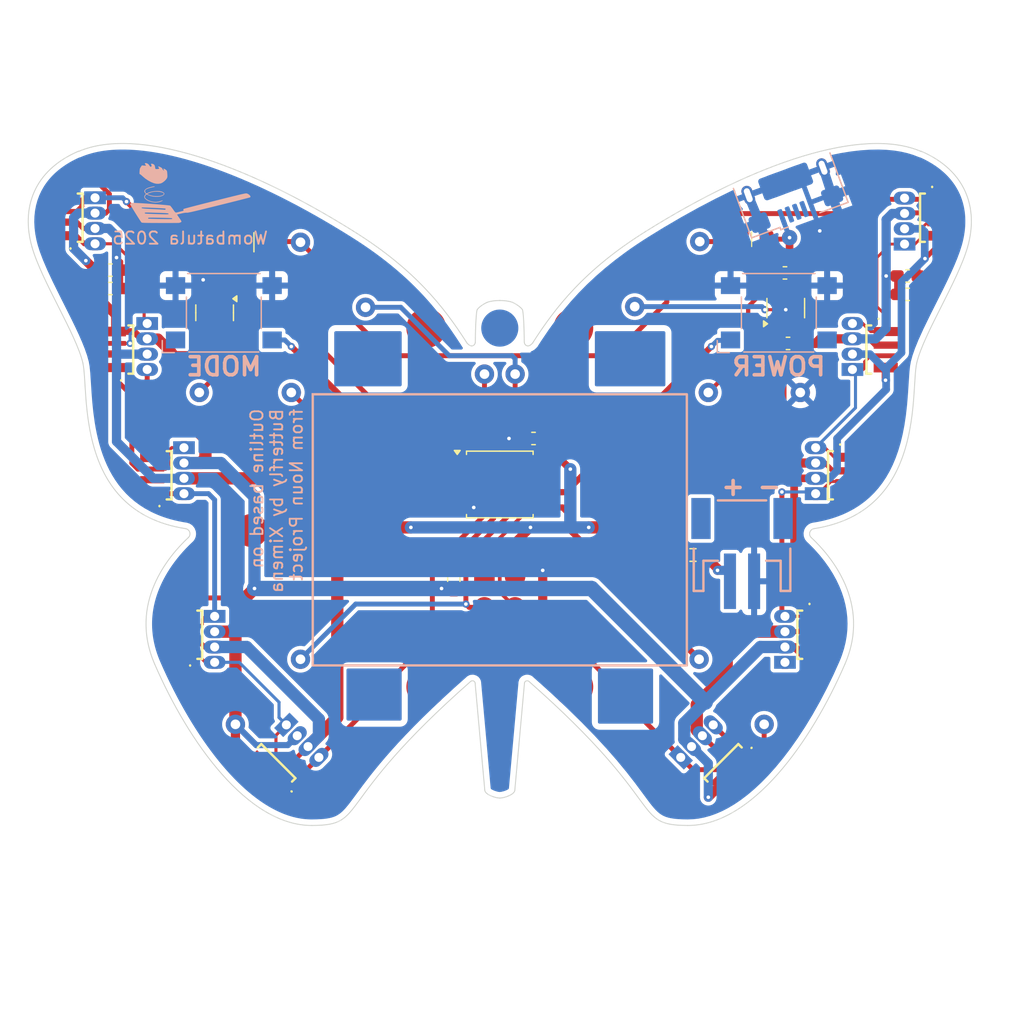
<source format=kicad_pcb>
(kicad_pcb (version 20241229) (generator "pcbnew") (generator_version "9.0")
  (layers (0 "F.Cu" signal) (2 "B.Cu" signal) (13 "F.Paste" user) (15 "B.Paste" user) (5 "F.SilkS" user "F.Silkscreen") (7 "B.SilkS" user "B.Silkscreen") (1 "F.Mask" user) (3 "B.Mask" user) (25 "Edge.Cuts" user))
  (net 0 "")
  (net 1 "GND")
  (net 2 "V+")
  (net 3 "/RESET")
  (net 4 "/LED-")
  (net 5 "/SCK{slash}LIGHT")
  (net 6 "Net-(J2-+)")
  (net 7 "/MOSI{slash}LEDDATA")
  (net 8 "/MISO{slash}S1")
  (net 14 "Net-(U2-STAT)")
  (net 15 "/LVD")
  (net 16 "Net-(D13-DOUT)")
  (net 17 "Net-(D14-DOUT)")
  (net 18 "Net-(D1-K)")
  (net 19 "Net-(U2-PROG)")
  (net 20 "/VBUS")
  (net 21 "Net-(D15-DOUT)")
  (net 22 "Net-(D16-DOUT)")
  (net 23 "Net-(D17-DOUT)")
  (net 24 "Net-(D18-DOUT)")
  (net 25 "Net-(D19-DOUT)")
  (net 26 "/S2")
  (net 27 "Net-(D10-DIN)")
  (net 28 "Net-(D10-DOUT)")
  (net 30 "Net-(D12-A)")
  (net 32 "Net-(D13-DIN)")
  (footprint "Capacitor_SMD:C_0603_1608Metric_Pad1.08x0.95mm_HandSolder" (layer "F.Cu") (at 155.194 97.79 180)
    (property "Reference" "C1" (hide yes))
    (property "Value" "0.1u")
  )
  (footprint "OptoDevice:R_LDR_4.9x4.2mm_P2.54mm_Vertical" (layer "F.Cu") (at 153.67 92.456 180)
    (property "Reference" "R7" (hide yes))
    (property "Value" "R_Photo")
  )
  (footprint "butterfly:R_Axial_DIN0207_L6.3mm_D2.5mm_P7.62mm_Horizontal_nosilk" (layer "F.Cu") (at 177.292 93.98 180)
    (property "Reference" "R6" (hide yes))
    (property "Value" "10K")
  )
  (footprint "4691_butterfly:4691_handsolder" (layer "F.Cu") (at 124.206 100.838 90)
    (property "Reference" "D5" (hide yes))
    (property "Value" "4691" (hide yes))
  )
  (footprint "Diode_SMD:D_MiniMELF" (layer "F.Cu") (at 131.444 81.534 180)
    (property "Reference" "D12" (hide yes))
    (property "Value" "1N4148W")
  )
  (footprint "neopixel:LED_D5.0mm-4_RGB" (layer "F.Cu") (at 181.61 92.075 90)
    (property "Reference" "D20" (hide yes))
    (property "Value" "NeoPixel_THT")
  )
  (footprint "neopixel:LED_D5.0mm-4_RGB" (layer "F.Cu") (at 185.928 81.688077 90)
    (property "Reference" "D19" (hide yes))
    (property "Value" "NeoPixel_THT")
  )
  (footprint "Package_SO:SOIC-8_5.3x5.3mm_P1.27mm" (layer "F.Cu") (at 152.4 101.6)
    (property "Reference" "U1" (hide yes))
    (property "Value" "ATtiny85-20S")
  )
  (footprint "4691_butterfly:4691_handsolder" (layer "F.Cu") (at 116.84 79.502 90)
    (property "Reference" "D7" (hide yes))
    (property "Value" "4691" (hide yes))
  )
  (footprint "butterfly:R_Axial_DIN0207_L6.3mm_D2.5mm_P7.62mm_Horizontal_nosilk" (layer "F.Cu") (at 135.128 93.98 180)
    (property "Reference" "R3" (hide yes))
    (property "Value" "1K")
  )
  (footprint "neopixel:LED_D5.0mm-4_RGB" (layer "F.Cu") (at 167.386 124.206 45)
    (property "Reference" "D13" (hide yes))
    (property "Value" "NeoPixel_THT")
  )
  (footprint "Capacitor_SMD:C_0603_1608Metric_Pad1.08x0.95mm_HandSolder" (layer "F.Cu") (at 176.276 89.916 180)
    (property "Reference" "C3" (hide yes))
    (property "Value" "10u" (hide yes))
  )
  (footprint "4691_butterfly:4691_handsolder" (layer "F.Cu") (at 121.031 90.424 90)
    (property "Reference" "D6" (hide yes))
    (property "Value" "4691" (hide yes))
  )
  (footprint "neopixel:LED_D5.0mm-4_RGB" (layer "F.Cu") (at 176.022 116.332 90)
    (property "Reference" "D22" (hide yes))
    (property "Value" "NeoPixel_THT" (hide yes))
  )
  (footprint "Resistor_SMD:R_0603_1608Metric_Pad0.98x0.95mm_HandSolder" (layer "F.Cu") (at 168.402 107.442)
    (property "Reference" "F1" (hide yes))
    (property "Value" "150mA")
  )
  (footprint "4691_butterfly:4691_handsolder" (layer "F.Cu") (at 133.35 125.222 135)
    (property "Reference" "D3" (hide yes))
    (property "Value" "4691" (hide yes))
  )
  (footprint "Capacitor_SMD:C_0603_1608Metric_Pad1.08x0.95mm_HandSolder" (layer "F.Cu") (at 148.59 109.474 -90)
    (property "Reference" "C8" (hide yes))
    (property "Value" "0.1u")
  )
  (footprint "butterfly:R_Axial_DIN0207_L6.3mm_D2.5mm_P7.62mm_Horizontal_nosilk" (layer "F.Cu") (at 135.89 81.534 -45)
    (property "Reference" "R1" (hide yes))
    (property "Value" "4.7K")
  )
  (footprint "neopixel:LED_D5.0mm-4_RGB" (layer "F.Cu") (at 134.719923 121.511923 -45)
    (property "Reference" "D14" (hide yes))
    (property "Value" "NeoPixel_THT")
  )
  (footprint "Capacitor_SMD:C_0603_1608Metric_Pad1.08x0.95mm_HandSolder" (layer "F.Cu") (at 186.182 84.328)
    (property "Reference" "C7" (hide yes))
    (property "Value" "10u")
  )
  (footprint "4691_butterfly:4691_handsolder" (layer "F.Cu") (at 188.214 79.502 -90)
    (property "Reference" "D8" (hide yes))
    (property "Value" "4691" (hide yes))
  )
  (footprint "neopixel:LED_D5.0mm-4_RGB" (layer "F.Cu") (at 123.19 88.265 -90)
    (property "Reference" "D17" (hide yes))
    (property "Value" "NeoPixel_THT")
  )
  (footprint "butterfly:R_Axial_DIN0207_L6.3mm_D2.5mm_P7.62mm_Horizontal_nosilk" (layer "F.Cu") (at 135.89 116.078 -135)
    (property "Reference" "R4" (hide yes))
    (property "Value" "1K")
  )
  (footprint "4691_butterfly:4691_handsolder" (layer "F.Cu") (at 180.594 100.838 -90)
    (property "Reference" "D10" (hide yes))
    (property "Value" "4691" (hide yes))
  )
  (footprint "butterfly:R_Axial_DIN0207_L6.3mm_D2.5mm_P7.62mm_Horizontal_nosilk" (layer "F.Cu") (at 168.91 116.078 -45)
    (property "Reference" "R2" (hide yes))
    (property "Value" "330")
  )
  (footprint "butterfly:R_Axial_DIN0207_L6.3mm_D2.5mm_P7.62mm_Horizontal_nosilk" (layer "F.Cu") (at 163.576 86.868 45)
    (property "Reference" "R5" (hide yes))
    (property "Value" "330")
  )
  (footprint "4691_butterfly:4691_handsolder" (layer "F.Cu") (at 126.746 114.046 90)
    (property "Reference" "D4" (hide yes))
    (property "Value" "4691" (hide yes))
  )
  (footprint "4691_butterfly:4691_handsolder" (layer "F.Cu") (at 178.054 114.046 -90)
    (property "Reference" "D11" (hide yes))
    (property "Value" "4691" (hide yes))
  )
  (footprint "Capacitor_SMD:C_0603_1608Metric_Pad1.08x0.95mm_HandSolder" (layer "F.Cu") (at 120.142 85.36748 180)
    (property "Reference" "C4" (hide yes))
    (property "Value" "0.1u")
  )
  (footprint "neopixel:LED_D5.0mm-4_RGB" (layer "F.Cu") (at 128.778 112.521999 -90)
    (property "Reference" "D15" (hide yes))
    (property "Value" "NeoPixel_THT")
  )
  (footprint "Capacitor_SMD:C_0603_1608Metric_Pad1.08x0.95mm_HandSolder" (layer "F.Cu") (at 176.022 84.074 180)
    (property "Reference" "C2" (hide yes))
    (property "Value" "10u" (hide yes))
  )
  (footprint "4691_butterfly:4691_handsolder" (layer "F.Cu") (at 171.45 125.222 -135)
    (property "Reference" "D2" (hide yes))
    (property "Value" "4691" (hide yes))
  )
  (footprint "Package_TO_SOT_SMD:SOT-23-5" (layer "F.Cu") (at 176.088001 86.9895 90)
    (property "Reference" "U2" (hide yes))
    (property "Value" "MCP73831-2-OT" (hide yes))
  )
  (footprint "neopixel:LED_D5.0mm-4_RGB" (layer "F.Cu") (at 178.562 102.362 90)
    (property "Reference" "D21" (hide yes))
    (property "Value" "NeoPixel_THT")
  )
  (footprint "Capacitor_SMD:C_0603_1608Metric_Pad1.08x0.95mm_HandSolder" (layer "F.Cu") (at 186.182 85.852)
    (property "Reference" "C6" (hide yes))
    (property "Value" "0.1u")
  )
  (footprint "4691_butterfly:4691_handsolder" (layer "F.Cu") (at 183.769 90.424 -90)
    (property "Reference" "D9" (hide yes))
    (property "Value" "4691" (hide yes))
  )
  (footprint "LED_SMD:LED_0805_2012Metric_Pad1.15x1.40mm_HandSolder" (layer "F.Cu") (at 173.473 81.28)
    (property "Reference" "D1" (hide yes))
    (property "Value" "LED")
  )
  (footprint "Package_TO_SOT_SMD:SOT-23" (layer "F.Cu") (at 128.778 87.376 -90)
    (property "Reference" "Q1" (hide yes))
    (property "Value" "DMN3404L")
  )
  (footprint "neopixel:LED_D5.0mm-4_RGB" (layer "F.Cu") (at 118.872 77.851 -90)
    (property "Reference" "D18" (hide yes))
    (property "Value" "NeoPixel_THT")
  )
  (footprint "Capacitor_SMD:C_0603_1608Metric_Pad1.08x0.95mm_HandSolder" (layer "F.Cu") (at 120.142 83.84348 180)
    (property "Reference" "C5" (hide yes))
    (property "Value" "10u")
  )
  (footprint "Connector_PinHeader_2.54mm:PinHeader_2x03_P2.54mm_Vertical" (layer "F.Cu") (at 151.125 109.235)
    (property "Reference" "J1" (hide yes))
    (property "Value" "AVR-ISP-6")
  )
  (footprint "neopixel:LED_D5.0mm-4_RGB" (layer "F.Cu") (at 126.238 98.551999 -90)
    (property "Reference" "D16" (hide yes))
    (property "Value" "NeoPixel_THT")
  )
  (footprint "Connector_USB:USB_Micro-B_Amphenol_10118193-0001LF_Horizontal" (layer "B.Cu") (at 176.078405 76.499405 20.2)
    (property "Reference" "J3" (hide yes))
    (property "Value" "USB_B_Micro")
  )
  (footprint "Button_Switch_SMD:SW_SPST_Omron_B3FS-100xP" (layer "B.Cu") (at 175.514 87.376)
    (property "Reference" "SW2" (hide yes))
    (property "Value" "Omron B3FS")
  )
  (footprint "SparkFun-Connector:JST_SMD_2.0mm-2" (layer "B.Cu") (at 172.466 105.918 180)
    (property "Reference" "J2")
    (property "Value" "JST_2mm_LiPo")
  )
  (footprint "Button_Switch_SMD:SW_SPST_Omron_B3FS-100xP" (layer "B.Cu") (at 129.54 87.376)
    (property "Reference" "SW1" (hide yes))
    (property "Value" "Omron B3FS")
  )
  (footprint "wombatula:wombatula" (layer "B.Cu") (at 126.746 77.47 180)
    (property "Reference" "G***" (hide yes))
    (property "Value" "LOGO" (hide yes))
  )
  (gr_circle (center 166.878 127.508) (end 166.624 125.984) (stroke (width 0.2)) (fill yes) (layer "F.Cu"))
  (gr_circle (center 172.974 105.41) (end 172.974 104.14) (stroke (width 0.2)) (fill yes) (layer "F.Cu"))
  (gr_circle (center 158.496 118.364) (end 158.242 116.84) (stroke (width 0.2)) (fill yes) (layer "F.Cu"))
  (gr_circle (center 121.412 75.692) (end 121.158 74.168) (stroke (width 0.2)) (fill yes) (layer "F.Cu"))
  (gr_circle (center 137.922 127.508) (end 137.668 125.984) (stroke (width 0.2)) (fill yes) (layer "F.Cu"))
  (gr_circle (center 184.404 75.692) (end 184.658 74.168) (stroke (width 0.2)) (fill yes) (layer "F.Cu"))
  (gr_circle (center 146.304 118.364) (end 146.05 116.84) (stroke (width 0.2)) (fill yes) (layer "F.Cu"))
  (gr_circle (center 146.304 88.646) (end 146.05 87.122) (stroke (width 0.2)) (fill yes) (layer "F.Cu"))
  (gr_circle (center 158.496 88.646) (end 158.242 87.122) (stroke (width 0.2)) (fill yes) (layer "F.Cu"))
  (gr_circle (center 131.826 105.41) (end 131.826 104.14) (stroke (width 0.2)) (fill yes) (layer "F.Cu"))
  (gr_circle (center 152.4 88.646) (end 153.416 87.63) (stroke (width 0.2)) (fill yes) (layer "B.Cu"))
  (gr_rect (start 136.906 94.127755) (end 167.894 116.586) (stroke (width 0.2)) (fill no) (layer "B.SilkS"))
  (gr_curve (pts (xy 151.347421 86.516647) (xy 151.129921 86.603626) (xy 150.660087 86.899449) (xy 150.529619 87.116949)) (stroke (width 0.0783)) (layer "Edge.Cuts"))
  (gr_curve (pts (xy 150.068493 90.121393) (xy 149.9119 90.121393) (xy 149.772723 89.982216) (xy 149.676983 89.87782)) (stroke (width 0.0783)) (layer "Edge.Cuts"))
  (gr_curve (pts (xy 149.607421 89.764716) (xy 147.806515 86.963289) (xy 145.396598 83.813893) (xy 140.29841 80.629716)) (stroke (width 0.0783)) (layer "Edge.Cuts"))
  (gr_curve (pts (xy 154.731681 90.121393) (xy 154.566379 90.121393) (xy 154.444566 89.990872) (xy 154.427149 89.816914)) (stroke (width 0.0783)) (layer "Edge.Cuts"))
  (gr_curve (pts (xy 154.270555 87.116949) (xy 154.140087 86.899449) (xy 153.670253 86.603626) (xy 153.452753 86.516647)) (stroke (width 0.0783)) (layer "Edge.Cuts"))
  (gr_curve (pts (xy 154.809951 117.909195) (xy 166.467972 128.175184) (xy 163.283743 129.819497) (xy 167.964347 129.845622)) (stroke (width 0.0783)) (layer "Edge.Cuts"))
  (gr_curve (pts (xy 117.86113 91.530789) (xy 118.391393 93.820412) (xy 117.105513 103.822794) (xy 126.36728 105.257659)) (stroke (width 0.0783)) (layer "Edge.Cuts"))
  (gr_curve (pts (xy 150.373025 89.816914) (xy 150.355608 89.990872) (xy 150.233796 90.121393) (xy 150.068493 90.121393)) (stroke (width 0.0783)) (layer "Edge.Cuts"))
  (gr_curve (pts (xy 113.650306 81.934716) (xy 114.4594 84.770872) (xy 117.313025 89.164414) (xy 117.86113 91.530789)) (stroke (width 0.0783)) (layer "Edge.Cuts"))
  (gr_curve (pts (xy 154.427149 89.816914) (xy 154.418493 88.344232) (xy 154.34017 87.221345) (xy 154.270555 87.116949)) (stroke (width 0.0783)) (layer "Edge.Cuts"))
  (gr_curve (pts (xy 178.432894 105.257659) (xy 187.694661 103.822794) (xy 186.408781 93.820412) (xy 186.939045 91.530789)) (stroke (width 0.0783)) (layer "Edge.Cuts"))
  (gr_curve (pts (xy 152.400087 127.574882) (xy 152.765472 127.574882) (xy 153.644181 127.279112) (xy 153.644181 126.913674)) (stroke (width 0.0783)) (layer "Edge.Cuts"))
  (gr_curve (pts (xy 186.939045 91.530789) (xy 187.487149 89.164414) (xy 190.340774 84.770872) (xy 191.149868 81.934716)) (stroke (width 0.0783)) (layer "Edge.Cuts"))
  (gr_line (start 187.295774 73.991612) (end 187.287066 74.008976) (stroke (width 0.0783)) (layer "Edge.Cuts"))
  (gr_line (start 117.513108 74.008976) (end 117.5044 73.991612) (stroke (width 0.0783)) (layer "Edge.Cuts"))
  (gr_curve (pts (xy 153.452753 86.516647) (xy 153.165691 86.394834) (xy 152.669785 86.36) (xy 152.42616 86.36)) (stroke (width 0.0783)) (layer "Edge.Cuts"))
  (gr_curve (pts (xy 151.155993 126.913674) (xy 151.155993 127.279112) (xy 152.034702 127.574882) (xy 152.400087 127.574882)) (stroke (width 0.0783)) (layer "Edge.Cuts"))
  (gr_curve (pts (xy 167.964347 129.845622) (xy 173.271379 129.862986) (xy 178.178191 122.963893) (xy 180.988274 116.482382)) (stroke (width 0.0783)) (layer "Edge.Cuts"))
  (gr_line (start 149.676983 89.87782) (end 149.607421 89.764716) (stroke (width 0.0783)) (layer "Edge.Cuts"))
  (gr_curve (pts (xy 152.374015 86.36) (xy 152.130389 86.36) (xy 151.634483 86.394834) (xy 151.347421 86.516647)) (stroke (width 0.0783)) (layer "Edge.Cuts"))
  (gr_curve (pts (xy 155.123191 89.87782) (xy 155.027451 89.982216) (xy 154.888274 90.121393) (xy 154.731681 90.121393)) (stroke (width 0.0783)) (layer "Edge.Cuts"))
  (gr_curve (pts (xy 149.990223 117.909195) (xy 150.120691 117.796091) (xy 150.338191 117.874414) (xy 150.355608 118.048372)) (stroke (width 0.0783)) (layer "Edge.Cuts"))
  (gr_curve (pts (xy 123.8119 116.482382) (xy 126.621983 122.963893) (xy 131.528796 129.862986) (xy 136.835827 129.845622)) (stroke (width 0.0783)) (layer "Edge.Cuts"))
  (gr_line (start 150.355608 118.048372) (end 151.155993 126.913674) (stroke (width 0.0783)) (layer "Edge.Cuts"))
  (gr_curve (pts (xy 136.835827 129.845622) (xy 141.516432 129.819497) (xy 138.332202 128.175184) (xy 149.990223 117.909195)) (stroke (width 0.0783)) (layer "Edge.Cuts"))
  (gr_line (start 152.42616 86.36) (end 152.374015 86.36) (stroke (width 0.0783)) (layer "Edge.Cuts"))
  (gr_curve (pts (xy 154.444566 118.048372) (xy 154.461983 117.874414) (xy 154.679483 117.796091) (xy 154.809951 117.909195)) (stroke (width 0.0783)) (layer "Edge.Cuts"))
  (gr_curve (pts (xy 164.501764 80.629716) (xy 159.403576 83.813893) (xy 156.99366 86.963289) (xy 155.192753 89.764716)) (stroke (width 0.0783)) (layer "Edge.Cuts"))
  (gr_line (start 155.192753 89.764716) (end 155.123191 89.87782) (stroke (width 0.0783)) (layer "Edge.Cuts"))
  (gr_line (start 153.644181 126.913674) (end 154.444566 118.048372) (stroke (width 0.0783)) (layer "Edge.Cuts"))
  (gr_curve (pts (xy 140.29841 80.629716) (xy 131.180827 74.91381) (xy 122.324181 71.94708) (xy 117.513108 74.008976)) (stroke (width 0.0783)) (layer "Edge.Cuts"))
  (gr_curve (pts (xy 187.287066 74.008976) (xy 182.475993 71.94708) (xy 173.619347 74.91381) (xy 164.501764 80.629716)) (stroke (width 0.0783)) (layer "Edge.Cuts"))
  (gr_curve (pts (xy 180.988274 116.482382) (xy 183.189234 111.405825) (xy 179.780931 107.466106) (xy 178.199925 105.996661)) (stroke (width 0.0783)) (layer "Edge.Cuts"))
  (gr_curve (pts (xy 191.149868 81.934716) (xy 192.063357 78.741778) (xy 191.045472 75.601091) (xy 187.295774 73.991612)) (stroke (width 0.0783)) (layer "Edge.Cuts"))
  (gr_curve (pts (xy 117.5044 73.991612) (xy 113.754702 75.601091) (xy 112.736817 78.741778) (xy 113.650306 81.934716)) (stroke (width 0.0783)) (layer "Edge.Cuts"))
  (gr_curve (pts (xy 150.529619 87.116949) (xy 150.460004 87.221345) (xy 150.381681 88.344232) (xy 150.373025 89.816914)) (stroke (width 0.0783)) (layer "Edge.Cuts"))
  (gr_curve (pts (xy 126.36728 105.257659) (xy 126.721612 105.312554) (xy 126.862885 105.752558) (xy 126.600249 105.996661)) (stroke (width 0.0783)) (layer "Edge.Cuts"))
  (gr_curve (pts (xy 178.199925 105.996661) (xy 177.937289 105.752558) (xy 178.078563 105.312554) (xy 178.432894 105.257659)) (stroke (width 0.0783)) (layer "Edge.Cuts"))
  (gr_curve (pts (xy 126.600249 105.996661) (xy 125.019243 107.466106) (xy 121.61094 111.405825) (xy 123.8119 116.482382)) (stroke (width 0.0783)) (layer "Edge.Cuts"))
  (gr_text "- +\n" (at 173.228 102.616 0) (layer "B.SilkS") (effects (font (size 1.5 1.5) (thickness 0.3) (bold yes)) (justify bottom mirror)))
  (gr_text "MODE\n" (at 129.54 92.71 0) (layer "B.SilkS") (effects (font (size 1.5 1.5) (thickness 0.3) (bold yes)) (justify bottom mirror)))
  (gr_text "POWER" (at 175.514 92.71 0) (layer "B.SilkS") (effects (font (size 1.5 1.5) (thickness 0.3) (bold yes)) (justify bottom mirror)))
  (gr_text "Wombatula 2025" (at 126.746 81.788 0) (layer "B.SilkS") (effects (font (size 1.016 1.016) (thickness 0.1524)) (justify bottom mirror)))
  (gr_text "Outline based on\nButterfly by Ximena\nfrom Noun Project" (at 136.144 95.241869 90) (layer "B.SilkS") (effects (font (size 1.016 1.016) (thickness 0.1524) (bold yes)) (justify left bottom mirror)))
  (segment (start 176.088001 87.122) (end 176.088001 88.127) (width 0.6096) (layer "F.Cu") (net 1))
  (segment (start 176.088001 88.127) (end 176.088001 85.002502) (width 0.508) (layer "F.Cu") (net 1))
  (segment (start 150.241 103.505) (end 148.8125 103.505) (width 0.4064) (layer "F.Cu") (net 1))
  (segment (start 155.956 108.712) (end 155.956 112.024) (width 0.762) (layer "F.Cu") (net 1))
  (segment (start 176.088001 89.241498) (end 175.413499 89.916) (width 0.508) (layer "F.Cu") (net 1))
  (segment (start 176.088001 88.127) (end 176.088001 89.241498) (width 0.508) (layer "F.Cu") (net 1))
  (segment (start 155.956 112.024) (end 153.665 114.315) (width 0.762) (layer "F.Cu") (net 1))
  (segment (start 127.828 84.648) (end 127.828 86.4385) (width 0.762) (layer "F.Cu") (net 1))
  (segment (start 176.088001 85.002502) (end 175.159499 84.074) (width 0.4572) (layer "F.Cu") (net 1))
  (segment (start 154.331499 97.79) (end 153.162 97.79) (width 0.508) (layer "F.Cu") (net 1))
  (via (at 150.241 103.505) (size 0.6) (drill 0.3) (layers "F.Cu" "B.Cu") (net 1))
  (via (at 155.956 108.712) (size 0.6) (drill 0.3) (layers "F.Cu" "B.Cu") (net 1))
  (via (at 176.088001 87.122) (size 0.6) (drill 0.3) (layers "F.Cu" "B.Cu") (net 1))
  (via (at 127.828 84.648) (size 0.6) (drill 0.3) (layers "F.Cu" "B.Cu") (net 1))
  (via (at 153.162 97.79) (size 0.6) (drill 0.3) (layers "F.Cu" "B.Cu") (net 1))
  (via (at 178.903612 80.593913) (size 1.27) (drill 0.3) (layers "F.Cu" "B.Cu") (net 1))
  (segment (start 179.927563 77.693759) (end 180.594 79.502) (width 0.762) (layer "B.Cu") (net 1))
  (segment (start 173.921208 79.903667) (end 174.671464 81.936474) (width 0.762) (layer "B.Cu") (net 1))
  (segment (start 179.927563 77.693759) (end 182.02851 76.919405) (width 0.762) (layer "B.Cu") (net 1))
  (segment (start 178.250723 78.635927) (end 177.564447 76.815767) (width 0.4064) (layer "B.Cu") (net 1))
  (segment (start 172.981378 77.638889) (end 173.921208 79.903667) (width 0.762) (layer "B.Cu") (net 1))
  (segment (start 173.921208 79.903667) (end 171.498614 80.845807) (width 0.762) (layer "B.Cu") (net 1))
  (segment (start 179.175432 75.359921) (end 179.927563 77.693759) (width 0.762) (layer "B.Cu") (net 1))
  (segment (start 179.062961 77.889556) (end 178.108131 78.251434) (width 0.4064) (layer "B.Cu") (net 1))
  (segment (start 178.250723 78.635927) (end 179.040443 80.730744) (width 0.4064) (layer "B.Cu") (net 1))
  (segment (start 177.204597 76.085047) (end 174.952213 76.913763) (width 1.905) (layer "B.Cu") (net 1))
  (segment (start 185.319499 84.328) (end 184.404 84.328) (width 0.508) (layer "F.Cu") (net 2))
  (segment (start 175.514 99.822) (end 173.99 101.346) (width 1.016) (layer "F.Cu") (net 2))
  (segment (start 155.9875 97.859001) (end 156.056501 97.79) (width 0.6096) (layer "F.Cu") (net 2))
  (segment (start 127.954674 115.061999) (end 127.338675 114.446) (width 0.4064) (layer "F.Cu") (net 2))
  (segment (start 120.65 82.804) (end 121.004501 83.158501) (width 0.4064) (layer "F.Cu") (net 2))
  (segment (start 177.19 113.792) (end 177.336 113.646) (width 0.4064) (layer "F.Cu") (net 2))
  (segment (start 168.719404 121.947302) (end 169.182051 122.409949) (width 1.016) (layer "F.Cu") (net 2))
  (segment (start 121.004501 85.36748) (end 121.004501 83.84348) (width 0.4064) (layer "F.Cu") (net 2))
  (segment (start 156.056501 96.641001) (end 153.67 94.2545) (width 0.4064) (layer "F.Cu") (net 2))
  (segment (start 171.196 117.348) (end 168.719404 119.824596) (width 1.016) (layer "F.Cu") (net 2))
  (segment (start 185.319499 85.852) (end 185.319499 84.328) (width 0.508) (layer "F.Cu") (net 2))
  (segment (start 175.768 99.822) (end 175.768 92.964) (width 0.762) (layer "F.Cu") (net 2))
  (segment (start 156.056501 97.79) (end 156.056501 96.641001) (width 0.4064) (layer "F.Cu") (net 2))
  (segment (start 141.986 105.156) (end 138.938 108.204) (width 1.016) (layer "F.Cu") (net 2))
  (segment (start 166.37 107.442) (end 165.735 108.077) (width 0.762) (layer "F.Cu") (net 2))
  (segment (start 182.966626 89.535) (end 183.455626 90.024) (width 0.4064) (layer "F.Cu") (net 2))
  (segment (start 175.768 92.964) (end 177.038 91.694) (width 0.762) (layer "F.Cu") (net 2))
  (segment (start 167.4895 107.442) (end 166.37 107.442) (width 0.762) (layer "F.Cu") (net 2))
  (segment (start 166.624 101.346) (end 162.814 105.156) (width 1.016) (layer "F.Cu") (net 2))
  (segment (start 121.004501 83.158501) (end 121.004501 83.84348) (width 0.4064) (layer "F.Cu") (net 2))
  (segment (start 172.133772 125.386756) (end 172.133772 125.36167) (width 0.4064) (layer "F.Cu") (net 2))
  (segment (start 134.62 124.517686) (end 135.306262 124.517686) (width 0.4064) (layer "F.Cu") (net 2))
  (segment (start 115.995 79.902) (end 117.4014 79.902) (width 0.4064) (layer "F.Cu") (net 2))
  (segment (start 176.53 99.822) (end 175.514 99.822) (width 1.016) (layer "F.Cu") (net 2))
  (segment (start 153.67 94.2545) (end 153.67 92.456) (width 0.4064) (layer "F.Cu") (net 2))
  (segment (start 176.53 99.822) (end 175.768 99.822) (width 0.762) (layer "F.Cu") (net 2))
  (segment (start 186.182 79.148077) (end 185.928 79.148077) (width 0.508) (layer "F.Cu") (net 2))
  (segment (start 123.361 101.238) (end 124.822 101.238) (width 0.4064) (layer "F.Cu") (net 2))
  (segment (start 141.986 105.156) (end 137.921999 101.091999) (width 1.016) (layer "F.Cu") (net 2))
  (segment (start 122.936 90.805) (end 123.19 90.805) (width 0.762) (layer "F.Cu") (net 2))
  (segment (start 137.921999 101.091999) (end 126.238 101.091999) (width 1.016) (layer "F.Cu") (net 2))
  (segment (start 117.4014 79.902) (end 117.8904 80.391) (width 0.4064) (layer "F.Cu") (net 2))
  (segment (start 138.938 108.204) (end 138.938 120.885948) (width 1.016) (layer "F.Cu") (net 2))
  (segment (start 138.938 120.885948) (end 136.515974 123.307974) (width 1.016) (layer "F.Cu") (net 2))
  (segment (start 178.562 99.822) (end 176.53 99.822) (width 0.762) (layer "F.Cu") (net 2))
  (segment (start 126.600871 114.446871) (end 126.6 114.446) (width 0.508) (layer "F.Cu") (net 2))
  (segment (start 186.228077 79.102) (end 186.182 79.148077) (width 0.508) (layer "F.Cu") (net 2))
  (segment (start 172.133772 125.36167) (end 169.182051 122.409949) (width 0.4064) (layer "F.Cu") (net 2))
  (segment (start 153.67 109.23) (end 153.665 109.235) (width 0.254) (layer "F.Cu") (net 2))
  (segment (start 159.766 105.156) (end 162.814 105.156) (width 1.016) (layer "F.Cu") (net 2))
  (segment (start 156.05 99.695) (end 156.056501 99.688499) (width 0.254) (layer "F.Cu") (net 2))
  (segment (start 128.778 115.061999) (end 127.954674 115.061999) (width 0.4064) (layer "F.Cu") (net 2))
  (segment (start 177.336 113.646) (end 178.899 113.646) (width 0.4064) (layer "F.Cu") (net 2))
  (segment (start 178.943 89.535) (end 178.562 89.916) (width 0.762) (layer "F.Cu") (net 2))
  (segment (start 178.562 89.916) (end 177.138501 89.916) (width 0.762) (layer "F.Cu") (net 2))
  (segment (start 177.038 91.694) (end 177.038 89.916) (width 0.762) (layer "F.Cu") (net 2))
  (segment (start 155.9875 99.695) (end 155.9875 97.859001) (width 0.6096) (layer "F.Cu") (net 2))
  (segment (start 124.968 101.092) (end 126.237999 101.092) (width 0.4064) (layer "F.Cu") (net 2))
  (segment (start 179.339 99.822) (end 178.562 99.822) (width 0.4064) (layer "F.Cu") (net 2))
  (segment (start 171.196 113.792) (end 176.022 113.792) (width 1.016) (layer "F.Cu") (net 2))
  (segment (start 181.864 89.535) (end 182.966626 89.535) (width 0.4064) (layer "F.Cu") (net 2))
  (segment (start 171.196 113.792) (end 171.196 117.348) (width 1.016) (layer "F.Cu") (net 2))
  (segment (start 173.99 101.346) (end 166.624 101.346) (width 1.016) (layer "F.Cu") (net 2))
  (segment (start 154.94 105.156) (end 153.67 106.426) (width 0.762) (layer "F.Cu") (net 2))
  (segment (start 176.022 113.792) (end 177.19 113.792) (width 0.4064) (layer "F.Cu") (net 2))
  (segment (start 189.059 79.102) (end 186.228077 79.102) (width 0.4064) (layer "F.Cu") (net 2))
  (segment (start 135.306262 124.517686) (end 136.515974 123.307974) (width 0.4064) (layer "F.Cu") (net 2))
  (segment (start 171.196 113.792) (end 171.196 113.538) (width 1.016) (layer "F.Cu") (net 2))
  (segment (start 120.186 90.824) (end 122.917 90.824) (width 0.4064) (layer "F.Cu") (net 2))
  (segment (start 177.038001 89.154001) (end 177.037526 89.154476) (width 0.508) (layer "F.Cu") (net 2))
  (segment (start 177.037526 89.154476) (end 177.037526 89.895203) (width 0.508) (layer "F.Cu") (net 2))
  (segment (start 122.917 90.824) (end 122.936 90.805) (width 0.762) (layer "F.Cu") (net 2))
  (segment (start 157.607 99.695) (end 155.9875 99.695) (width 0.6096) (layer "F.Cu") (net 2))
  (segment (start 158.242 100.33) (end 157.607 99.695) (width 0.6096) (layer "F.Cu") (net 2))
  (segment (start 117.8904 80.391) (end 118.872 80.391) (width 0.4064) (layer "F.Cu") (net 2))
  (segment (start 181.61 89.535) (end 178.943 89.535) (width 0.762) (layer "F.Cu") (net 2))
  (segment (start 127.338675 114.446) (end 125.901 114.446) (width 0.4064) (layer "F.Cu") (net 2))
  (segment (start 126.237999 101.092) (end 126.238 101.091999) (width 0.762) (layer "F.Cu") (net 2))
  (segment (start 145.034 105.156) (end 141.986 105.156) (width 1.016) (layer "F.Cu") (net 2))
  (segment (start 177.038001 88.127) (end 177.038001 89.154001) (width 0.508) (layer "F.Cu") (net 2))
  (segment (start 171.196 113.538) (end 165.735 108.077) (width 1.016) (layer "F.Cu") (net 2))
  (segment (start 183.455626 90.024) (end 184.658 90.024) (width 0.4064) (layer "F.Cu") (net 2))
  (segment (start 124.822 101.238) (end 124.968 101.092) (width 0.4064) (layer "F.Cu") (net 2))
  (segment (start 179.955 100.438) (end 179.339 99.822) (width 0.4064) (layer "F.Cu") (net 2))
  (segment (start 181.044 100.438) (end 179.955 100.438) (width 0.4064) (layer "F.Cu") (net 2))
  (segment (start 165.735 108.077) (end 162.814 105.156) (width 1.016) (layer "F.Cu") (net 2))
  (segment (start 168.719404 119.824596) (end 168.719404 121.947302) (width 1.016) (layer "F.Cu") (net 2))
  (segment (start 134.62 124.517686) (end 132.806645 126.331041) (width 0.4064) (layer "F.Cu") (net 2))
  (segment (start 153.67 106.426) (end 153.67 109.23) (width 0.762) (layer "F.Cu") (net 2))
  (via (at 159.766 105.156) (size 0.6) (drill 0.3) (layers "F.Cu" "B.Cu") (net 2))
  (via (at 154.94 105.156) (size 0.6) (drill 0.3) (layers "F.Cu" "B.Cu") (net 2))
  (via (at 158.242 100.33) (size 0.6) (drill 0.3) (layers "F.Cu" "B.Cu") (net 2))
  (via (at 120.65 82.804) (size 0.6) (drill 0.3) (layers "F.Cu" "B.Cu") (net 2))
  (via (at 145.034 105.156) (size 0.6) (drill 0.3) (layers "F.Cu" "B.Cu") (net 2))
  (via (at 184.404 84.328) (size 0.6) (drill 0.3) (layers "F.Cu" "B.Cu") (net 2))
  (segment (start 184.404 84.328) (end 184.404 79.656077) (width 0.762) (layer "B.Cu") (net 2))
  (segment (start 120.65 81.026) (end 120.015 80.391) (width 0.762) (layer "B.Cu") (net 2))
  (segment (start 159.766 105.156) (end 154.94 105.156) (width 1.016) (layer "B.Cu") (net 2))
  (segment (start 120.65 90.805) (end 123.19 90.805) (width 0.762) (layer "B.Cu") (net 2))
  (segment (start 120.65 82.804) (end 120.65 81.026) (width 0.762) (layer "B.Cu") (net 2))
  (segment (start 145.034 105.156) (end 154.94 105.156) (width 1.016) (layer "B.Cu") (net 2))
  (segment (start 123.697999 101.091999) (end 120.65 98.044) (width 0.762) (layer "B.Cu") (net 2))
  (segment (start 153.416 90.932) (end 148.209 90.932) (width 0.4064) (layer "B.Cu") (net 2))
  (segment (start 131.426976 115.061999) (end 128.778 115.061999) (width 1.016) (layer "B.Cu") (net 2))
  (segment (start 137.414 122.409948) (end 137.414 121.049023) (width 1.016) (layer "B.Cu") (net 2))
  (segment (start 184.912 79.148077) (end 185.928 79.148077) (width 0.762) (layer "B.Cu") (net 2))
  (segment (start 148.209 90.932) (end 144.199154 86.922154) (width 0.4064) (layer "B.Cu") (net 2))
  (segment (start 137.414 121.049023) (end 131.426976 115.061999) (width 1.016) (layer "B.Cu") (net 2))
  (segment (start 120.65 91.948) (end 120.65 82.804) (width 0.762) (layer "B.Cu") (net 2))
  (segment (start 158.242 105.156) (end 158.242 100.33) (width 1.016) (layer "B.Cu") (net 2))
  (segment (start 120.65 98.044) (end 120.65 91.948) (width 0.762) (layer "B.Cu") (net 2))
  (segment (start 120.65 91.948) (end 120.65 90.805) (width 0.762) (layer "B.Cu") (net 2))
  (segment (start 144.199154 86.922154) (end 141.278154 86.922154) (width 0.4064) (layer "B.Cu") (net 2))
  (segment (start 136.515974 123.307974) (end 137.414 122.409948) (width 1.016) (layer "B.Cu") (net 2))
  (segment (start 153.67 92.456) (end 153.67 91.186) (width 0.4064) (layer "B.Cu") (net 2))
  (segment (start 184.404 88.657) (end 184.404 84.328) (width 0.762) (layer "B.Cu") (net 2))
  (segment (start 181.864 89.535) (end 183.526 89.535) (width 0.762) (layer "B.Cu") (net 2))
  (segment (start 184.404 79.656077) (end 184.912 79.148077) (width 0.762) (layer "B.Cu") (net 2))
  (segment (start 153.67 91.186) (end 153.416 90.932) (width 0.4064) (layer "B.Cu") (net 2))
  (segment (start 126.238 101.091999) (end 123.697999 101.091999) (width 0.762) (layer "B.Cu") (net 2))
  (segment (start 183.526 89.535) (end 184.404 88.657) (width 0.762) (layer "B.Cu") (net 2))
  (segment (start 120.015 80.391) (end 118.872 80.391) (width 0.762) (layer "B.Cu") (net 2))
  (segment (start 146.812 108.458) (end 151.13 104.14) (width 0.4064) (layer "F.Cu") (net 3))
  (segment (start 133.293846 81.479846) (end 133.239692 81.534) (width 0.4064) (layer "F.Cu") (net 3))
  (segment (start 135.89 81.534) (end 135.835846 81.479846) (width 0.4064) (layer "F.Cu") (net 3))
  (segment (start 148.859 114.315) (end 146.812 112.268) (width 0.4064) (layer "F.Cu") (net 3))
  (segment (start 146.939 99.695) (end 137.414 90.17) (width 0.4064) (layer "F.Cu") (net 3))
  (segment (start 151.125 114.315) (end 148.859 114.315) (width 0.4064) (layer "F.Cu") (net 3))
  (segment (start 151.13 104.14) (end 151.13 100.584) (width 0.4064) (layer "F.Cu") (net 3))
  (segment (start 135.835846 81.479846) (end 133.293846 81.479846) (width 0.4064) (layer "F.Cu") (net 3))
  (segment (start 146.812 112.268) (end 146.812 108.458) (width 0.4064) (layer "F.Cu") (net 3))
  (segment (start 137.414 90.17) (end 137.414 83.058) (width 0.4064) (layer "F.Cu") (net 3))
  (segment (start 150.241 99.695) (end 146.939 99.695) (width 0.4064) (layer "F.Cu") (net 3))
  (segment (start 151.13 100.584) (end 150.241 99.695) (width 0.4064) (layer "F.Cu") (net 3))
  (segment (start 133.239692 81.534) (end 133.094 81.534) (width 0.4064) (layer "F.Cu") (net 3))
  (segment (start 137.414 83.058) (end 135.89 81.534) (width 0.4064) (layer "F.Cu") (net 3))
  (segment (start 176.784 103.886) (end 176.784 101.588999) (width 0.635) (layer "F.Cu") (net 4))
  (segment (start 177.30644 115.539) (end 176.82944 115.062) (width 0.635) (layer "F.Cu") (net 4))
  (segment (start 187.044501 84.328) (end 187.044501 85.852) (width 0.508) (layer "F.Cu") (net 4))
  (segment (start 188.814 80.995) (end 188.664 81.145) (width 0.4064) (layer "F.Cu") (net 4))
  (segment (start 122.097377 88.931) (end 120.431 88.931) (width 0.5588) (layer "F.Cu") (net 4))
  (segment (start 119.279499 85.36748) (end 119.279499 86.259499) (width 0.762) (layer "F.Cu") (net 4))
  (segment (start 187.044501 83.465499) (end 187.044501 84.328) (width 0.4064) (layer "F.Cu") (net 4))
  (segment (start 147.574 110.215852) (end 147.594148 110.236) (width 0.254) (layer "F.Cu") (net 4))
  (segment (start 178.654 115.539) (end 177.30644 115.539) (width 0.635) (layer "F.Cu") (net 4))
  (segment (start 125.222 90.932) (end 125.222 95.758) (width 1.016) (layer "F.Cu") (net 4))
  (segment (start 128.016 99.429999) (end 127.624 99.821999) (width 1.016) (layer "F.Cu") (net 4))
  (segment (start 123.698 97.79) (end 123.698 99.253) (width 0.254) (layer "F.Cu") (net 4))
  (segment (start 124.714 97.409311) (end 125.51285 97.409311) (width 0.254) (layer "F.Cu") (net 4))
  (segment (start 178.654 115.539) (end 180.039 115.539) (width 0.635) (layer "F.Cu") (net 4))
  (segment (start 119.222229 76.708) (end 116.754162 76.708) (width 0.4064) (layer "F.Cu") (net 4))
  (segment (start 128.016 97.79) (end 128.016 99.429999) (width 1.016) (layer "F.Cu") (net 4))
  (segment (start 178.067987 115.629834) (end 178.008153 115.57) (width 0.254) (layer "F.Cu") (net 4))
  (segment (start 116.24 77.222162) (end 116.24 78.009) (width 0.4064) (layer "F.Cu") (net 4))
  (segment (start 124.078689 97.409311) (end 123.698 97.79) (width 0.254) (layer "F.Cu") (net 4))
  (segment (start 119.279499 85.36748) (end 119.279499 83.84348) (width 0.762) (layer "F.Cu") (net 4))
  (segment (start 125.222 95.758) (end 125.222 96.012) (width 1.016) (layer "F.Cu") (net 4))
  (segment (start 118.89548 83.84348) (end 119.279499 83.84348) (width 0.762) (layer "F.Cu") (net 4))
  (segment (start 122.701377 89.535) (end 122.097377 88.931) (width 0.5588) (layer "F.Cu") (net 4))
  (segment (start 181.194 103.286) (end 181.194 102.331) (width 0.4064) (layer "F.Cu") (net 4))
  (segment (start 126.238 97.028) (end 127.254 97.028) (width 1.016) (layer "F.Cu") (net 4))
  (segment (start 124.841175 96.900825) (end 125.222 96.52) (width 0.254) (layer "F.Cu") (net 4))
  (segment (start 128.016 90.932) (end 128.778 90.17) (width 0.762) (layer "F.Cu") (net 4))
  (segment (start 188.664 81.145) (end 188.664 81.846) (width 0.4064) (layer "F.Cu") (net 4))
  (segment (start 131.180926 111.114926) (end 132.08 110.215852) (width 1.016) (layer "F.Cu") (net 4))
  (segment (start 118.872 79.121) (end 119.761 79.121) (width 0.4064) (layer "F.Cu") (net 4))
  (segment (start 118.11 83.058) (end 118.89548 83.84348) (width 0.762) (layer "F.Cu") (net 4))
  (segment (start 184.350609 92.180357) (end 184.414967 92.115999) (width 0.635) (layer "F.Cu") (net 4))
  (segment (start 132.059852 110.236) (end 132.08 110.215852) (width 0.4064) (layer "F.Cu") (net 4))
  (segment (start 176.82944 115.062) (end 176.022 115.062) (width 0.635) (layer "F.Cu") (net 4))
  (segment (start 180.039 115.539) (end 180.594 114.984) (width 0.635) (layer "F.Cu") (net 4))
  (segment (start 124.714 97.409311) (end 124.078689 97.409311) (width 0.254) (layer "F.Cu") (net 4))
  (segment (start 129.70584 110.998) (end 126.746 110.998) (width 0.4064) (layer "F.Cu") (net 4))
  (segment (start 130.501846 111.794006) (end 129.70584 110.998) (width 0.4064) (layer "F.Cu") (net 4))
  (segment (start 178.504 115.810449) (end 178.323385 115.629834) (width 0.254) (layer "F.Cu") (net 4))
  (segment (start 126.746 110.998) (end 126.238 111.506) (width 0.4064) (layer "F.Cu") (net 4))
  (segment (start 178.323385 115.629834) (end 178.067987 115.629834) (width 0.254) (layer "F.Cu") (net 4))
  (segment (start 120.058 78.824) (end 120.058 77.543771) (width 0.4064) (layer "F.Cu") (net 4))
  (segment (start 130.501846 121.466154) (end 130.501846 123.222374) (width 0.762) (layer "F.Cu") (net 4))
  (segment (start 178.98195 115.679477) (end 178.979344 115.682083) (width 0.508) (layer "F.Cu") (net 4))
  (segment (start 130.501846 113.792) (end 128.778 113.792) (width 1.016) (layer "F.Cu") (net 4))
  (segment (start 180.594 112.014) (end 180.594 114.984) (width 0.635) (layer "F.Cu") (net 4))
  (segment (start 125.222 90.932) (end 125.222 90.678) (width 0.762) (layer "F.Cu") (net 4))
  (segment (start 169.672 127.508) (end 170.478026 126.701974) (width 0.762) (layer "F.Cu") (net 4))
  (segment (start 188.664 81.846) (end 187.044501 83.465499) (width 0.4064) (layer "F.Cu") (net 4))
  (segment (start 130.501846 121.466154) (end 130.501846 113.792) (width 1.016) (layer "F.Cu") (net 4))
  (segment (start 119.279499 86.259499) (end 120.581 87.561) (width 0.762) (layer "F.Cu") (net 4))
  (segment (start 180.594 103.886) (end 181.194 103.286) (width 0.4064) (layer "F.Cu") (net 4))
  (segment (start 126.238 111.506) (end 126.238 112.461) (width 0.4064) (layer "F.Cu") (net 4))
  (segment (start 147.594148 110.236) (end 148.489499 110.236) (width 0.6096) (layer "F.Cu") (net 4))
  (segment (start 123.698 99.253) (end 123.606 99.345) (width 0.254) (layer "F.Cu") (net 4))
  (segment (start 127.624 99.821999) (end 126.238 99.821999) (width 1.016) (layer "F.Cu") (net 4))
  (segment (start 176.784 103.886) (end 176.784 108.204) (width 0.635) (layer "F.Cu") (net 4))
  (segment (start 120.581 87.561) (end 120.581 88.524) (width 0.762) (layer "F.Cu") (net 4))
  (segment (start 176.784 103.886) (end 180.594 103.886) (width 0.4064) (layer "F.Cu") (net 4))
  (segment (start 130.501846 113.792) (end 130.501846 111.794006) (width 1.016) (layer "F.Cu") (net 4))
  (segment (start 184.350609 92.964) (end 184.350609 92.180357) (width 0.635) (layer "F.Cu") (net 4))
  (segment (start 125.51285 97.409311) (end 125.514612 97.407549) (width 0.254) (layer "F.Cu") (net 4))
  (segment (start 119.761 79.121) (end 120.058 78.824) (width 0.4064) (layer "F.Cu") (net 4))
  (segment (start 130.501846 123.222374) (end 131.870026 124.590554) (width 0.762) (layer "F.Cu") (net 4))
  (segment (start 125.222 97.028) (end 126.238 97.028) (width 1.016) (layer "F.Cu") (net 4))
  (segment (start 123.19 89.535) (end 122.701377 89.535) (width 0.5588) (layer "F.Cu") (net 4))
  (segment (start 130.501846 111.794006) (end 131.180926 111.114926) (width 1.016) (layer "F.Cu") (net 4))
  (segment (start 125.222 90.678) (end 124.079 89.535) (width 0.889) (layer "F.Cu") (net 4))
  (segment (start 128.016 90.932) (end 125.222 90.932) (width 0.762) (layer "F.Cu") (net 4))
  (segment (start 170.478026 126.701974) (end 170.818554 126.701974) (width 0.254) (layer "F.Cu") (net 4))
  (segment (start 126.238 112.461) (end 126.146 112.553) (width 0.4064) (layer "F.Cu") (net 4))
  (segment (start 148.489499 110.236) (end 148.59 110.336501) (width 0.254) (layer "F.Cu") (net 4))
  (segment (start 176.784 101.588999) (end 177.281 101.091999) (width 0.635) (layer "F.Cu") (net 4))
  (segment (start 125.222 95.758) (end 125.222 96.52) (width 1.016) (layer "F.Cu") (net 4))
  (segment (start 124.714 97.409311) (end 124.841175 97.282136) (width 0.254) (layer "F.Cu") (net 4))
  (segment (start 127.254 97.028) (end 128.016 97.79) (width 1.016) (layer "F.Cu") (net 4))
  (segment (start 116.754162 76.708) (end 116.24 77.222162) (width 0.4064) (layer "F.Cu") (net 4))
  (segment (start 124.841175 97.282136) (end 124.841175 96.900825) (width 0.254) (layer "F.Cu") (net 4))
  (segment (start 124.079 89.535) (end 123.19 89.535) (width 0.889) (layer "F.Cu") (net 4))
  (segment (start 128.778 90.17) (end 128.778 88.3135) (width 0.762) (layer "F.Cu") (net 4))
  (segment (start 120.058 77.543771) (end 119.222229 76.708) (width 0.4064) (layer "F.Cu") (net 4))
  (segment (start 177.281 101.091999) (end 178.562 101.091999) (width 0.635) (layer "F.Cu") (net 4))
  (segment (start 176.784 108.204) (end 180.594 112.014) (width 0.635) (layer "F.Cu") (net 4))
  (segment (start 125.222 96.52) (end 125.222 97.028) (width 1.016) (layer "F.Cu") (net 4))
  (via (at 118.11 83.058) (size 0.6) (drill 0.3) (layers "F.Cu" "B.Cu") (net 4))
  (via (at 132.08 110.215852) (size 0.6) (drill 0.3) (layers "F.Cu" "B.Cu") (net 4))
  (via (at 187.620021 82.889979) (size 0.6) (drill 0.3) (layers "F.Cu" "B.Cu") (net 4))
  (via (at 169.672 127.508) (size 0.6) (drill 0.3) (layers "F.Cu" "B.Cu") (net 4))
  (via (at 147.574 110.215852) (size 0.6) (drill 0.3) (layers "F.Cu" "B.Cu") (net 4))
  (via (at 184.350609 92.964) (size 0.6) (drill 0.3) (layers "F.Cu" "B.Cu") (net 4))
  (segment (start 117.475 79.121) (end 118.872 79.121) (width 0.762) (layer "B.Cu") (net 4))
  (segment (start 167.679957 122.703905) (end 168.284026 123.307974) (width 1.016) (layer "B.Cu") (net 4))
  (segment (start 179.7105 101.091999) (end 178.562 101.091999) (width 0.635) (layer "B.Cu") (net 4))
  (segment (start 184.404 92.910609) (end 184.404 92.143) (width 0.635) (layer "B.Cu") (net 4))
  (segment (start 180.34 97.79) (end 180.34 100.462499) (width 0.635) (layer "B.Cu") (net 4))
  (segment (start 183.065999 90.804999) (end 181.864 90.804999) (width 0.635) (layer "B.Cu") (net 4))
  (segment (start 184.404 93.726) (end 180.34 97.79) (width 0.635) (layer "B.Cu") (net 4))
  (segment (start 130.501846 121.466154) (end 132.225692 123.19) (width 0.508) (layer "B.Cu") (net 4))
  (segment (start 185.674 84.836) (end 185.674 90.678) (width 0.635) (layer "B.Cu") (net 4))
  (segment (start 134.837898 123.19) (end 135.617949 122.409949) (width 0.508) (layer "B.Cu") (net 4))
  (segment (start 184.350609 92.964) (end 184.404 92.910609) (width 0.635) (layer "B.Cu") (net 4))
  (segment (start 169.672 124.695948) (end 168.284026 123.307974) (width 0.762) (layer "B.Cu") (net 4))
  (segment (start 176.022 115.062) (end 173.99 115.062) (width 1.016) (layer "B.Cu") (net 4))
  (segment (start 187.620021 82.889979) (end 185.674 84.836) (width 0.635) (layer "B.Cu") (net 4))
  (segment (start 117.094 82.042) (end 117.094 79.502) (width 0.762) (layer "B.Cu") (net 4))
  (segment (start 184.350609 92.964) (end 184.404 93.017391) (width 0.635) (layer "B.Cu") (net 4))
  (segment (start 129.286 99.822) (end 132.08 102.616) (width 1.016) (layer "B.Cu") (net 4))
  (segment (start 132.08 102.616) (end 132.08 110.215852) (width 1.016) (layer "B.Cu") (net 4))
  (segment (start 187.6005 82.804) (end 187.6005 80.6665) (width 0.635) (layer "B.Cu") (net 4))
  (segment (start 169.418 119.634) (end 159.999852 110.215852) (width 1.27) (layer "B.Cu") (net 4))
  (segment (start 187.6005 80.6665) (end 187.352076 80.418076) (width 0.635) (layer "B.Cu") (net 4))
  (segment (start 180.34 100.462499) (end 179.7105 101.091999) (width 0.635) (layer "B.Cu") (net 4))
  (segment (start 184.404 91.948) (end 184.404 92.143) (width 0.635) (layer "B.Cu") (net 4))
  (segment (start 187.352076 80.418076) (end 185.928 80.418076) (width 0.635) (layer "B.Cu") (net 4))
  (segment (start 187.600914 82.870872) (end 187.600914 82.804414) (width 0.635) (layer "B.Cu") (net 4))
  (segment (start 184.404 93.017391) (end 184.404 93.726) (width 0.635) (layer "B.Cu") (net 4))
  (segment (start 126.238 99.822) (end 129.286 99.822) (width 1.016) (layer "B.Cu") (net 4))
  (segment (start 159.999852 110.215852) (end 132.08 110.215852) (width 1.27) (layer "B.Cu") (net 4))
  (segment (start 184.404 92.143) (end 183.065999 90.804999) (width 0.635) (layer "B.Cu") (net 4))
  (segment (start 169.672 127.508) (end 169.672 124.695948) (width 0.762) (layer "B.Cu") (net 4))
  (segment (start 185.674 90.678) (end 184.404 91.948) (width 0.635) (layer "B.Cu") (net 4))
  (segment (start 173.99 115.062) (end 167.679957 121.372043) (width 1.016) (layer "B.Cu") (net 4))
  (segment (start 187.600914 82.804414) (end 187.6005 82.804) (width 0.635) (layer "B.Cu") (net 4))
  (segment (start 117.094 79.502) (end 117.475 79.121) (width 0.762) (layer "B.Cu") (net 4))
  (segment (start 167.679957 121.372043) (end 167.679957 122.703905) (width 1.016) (layer "B.Cu") (net 4))
  (segment (start 118.11 83.058) (end 117.094 82.042) (width 0.762) (layer "B.Cu") (net 4))
  (segment (start 187.620021 82.889979) (end 187.600914 82.870872) (width 0.635) (layer "B.Cu") (net 4))
  (segment (start 132.225692 123.19) (end 134.837898 123.19) (width 0.508) (layer "B.Cu") (net 4))
  (segment (start 151.892 99.822) (end 151.13 99.06) (width 0.4064) (layer "F.Cu") (net 5))
  (segment (start 149.591 111.506) (end 149.591 108.712) (width 0.4064) (layer "F.Cu") (net 5))
  (segment (start 151.892 100.965) (end 151.892 99.822) (width 0.4064) (layer "F.Cu") (net 5))
  (segment (start 148.59 108.611499) (end 149.490499 108.611499) (width 0.254) (layer "F.Cu") (net 5))
  (segment (start 156.05 100.965) (end 151.892 100.965) (width 0.4064) (layer "F.Cu") (net 5))
  (segment (start 149.591 111.506) (end 149.86 111.775) (width 0.4064) (layer "F.Cu") (net 5))
  (segment (start 149.591 106.695) (end 151.892 104.394) (width 0.4064) (layer "F.Cu") (net 5))
  (segment (start 151.892 104.394) (end 151.892 100.965) (width 0.4064) (layer "F.Cu") (net 5))
  (segment (start 149.591 108.712) (end 149.591 106.695) (width 0.4064) (layer "F.Cu") (net 5))
  (segment (start 151.13 99.06) (end 151.13 92.456) (width 0.4064) (layer "F.Cu") (net 5))
  (segment (start 149.86 111.775) (end 151.125 111.775) (width 0.4064) (layer "F.Cu") (net 5))
  (segment (start 149.490499 108.611499) (end 149.591 108.712) (width 0.254) (layer "F.Cu") (net 5))
  (via (at 149.591 111.506) (size 0.6) (drill 0.3) (layers "F.Cu" "B.Cu") (net 5))
  (segment (start 149.591 111.506) (end 140.462 111.506) (width 0.4064) (layer "B.Cu") (net 5))
  (segment (start 140.462 111.506) (end 135.89 116.078) (width 0.4064) (layer "B.Cu") (net 5))
  (segment (start 170.434 108.712) (end 170.434 108.5615) (width 0.762) (layer "F.Cu") (net 6))
  (segment (start 170.434 108.5615) (end 169.3145 107.442) (width 0.762) (layer "F.Cu") (net 6))
  (via (at 170.434 108.712) (size 0.6) (drill 0.3) (layers "F.Cu" "B.Cu") (net 6))
  (segment (start 170.434 108.712) (end 171.45 108.712) (width 0.762) (layer "B.Cu") (net 6))
  (segment (start 171.45 108.712) (end 171.466 108.728) (width 0.762) (layer "B.Cu") (net 6))
  (segment (start 171.466 108.728) (end 171.466 109.618) (width 0.762) (layer "B.Cu") (net 6))
  (segment (start 168.91 116.078) (end 158.242 105.41) (width 0.508) (layer "F.Cu") (net 7))
  (segment (start 152.396755 110.506755) (end 153.665 111.775) (width 0.3048) (layer "F.Cu") (net 7))
  (segment (start 156.05 103.505) (end 154.94 103.505) (width 0.3048) (layer "F.Cu") (net 7))
  (segment (start 154.94 103.505) (end 152.396755 106.048245) (width 0.3048) (layer "F.Cu") (net 7))
  (segment (start 158.242 105.41) (end 158.242 104.14) (width 0.508) (layer "F.Cu") (net 7))
  (segment (start 157.607 103.505) (end 155.9875 103.505) (width 0.508) (layer "F.Cu") (net 7))
  (segment (start 158.242 104.14) (end 157.607 103.505) (width 0.508) (layer "F.Cu") (net 7))
  (segment (start 152.396755 106.048245) (end 152.396755 110.506755) (width 0.3048) (layer "F.Cu") (net 7))
  (segment (start 157.607 102.235) (end 156.845 102.235) (width 0.508) (layer "F.Cu") (net 8))
  (segment (start 157.861 102.235) (end 156.05 102.235) (width 0.508) (layer "F.Cu") (net 8))
  (segment (start 151.125 106.177) (end 155.067 102.235) (width 0.4064) (layer "F.Cu") (net 8))
  (segment (start 155.067 102.235) (end 156.05 102.235) (width 0.4064) (layer "F.Cu") (net 8))
  (segment (start 151.125 109.235) (end 151.125 106.177) (width 0.4064) (layer "F.Cu") (net 8))
  (segment (start 169.926 90.17) (end 157.861 102.235) (width 0.508) (layer "F.Cu") (net 8))
  (segment (start 156.05 102.235) (end 156.845 102.235) (width 0.6604) (layer "F.Cu") (net 8))
  (via (at 169.926 90.17) (size 0.6) (drill 0.3) (layers "F.Cu" "B.Cu") (net 8))
  (segment (start 169.926 90.17) (end 170.434 89.662) (width 0.4064) (layer "B.Cu") (net 8))
  (segment (start 171.55 89.662) (end 171.514 89.626) (width 0.254) (layer "B.Cu") (net 8))
  (segment (start 170.434 89.662) (end 171.958 89.662) (width 0.4064) (layer "B.Cu") (net 8))
  (segment (start 171.958 89.662) (end 171.55 89.662) (width 0.254) (layer "B.Cu") (net 8))
  (segment (start 175.138002 87.734349) (end 175.138002 88.127) (width 0.254) (layer "F.Cu") (net 14))
  (segment (start 175.137002 88.126) (end 175.138002 88.127) (width 0.508) (layer "F.Cu") (net 14))
  (segment (start 175.006 87.122) (end 175.137002 87.253002) (width 0.254) (layer "F.Cu") (net 14))
  (segment (start 175.137002 87.253002) (end 175.137002 88.126) (width 0.254) (layer "F.Cu") (net 14))
  (segment (start 174.363 87.122) (end 175.006 87.122) (width 0.254) (layer "F.Cu") (net 14))
  (via (at 174.363 87.122) (size 0.6) (drill 0.3) (layers "F.Cu" "B.Cu") (net 14))
  (segment (start 163.83 87.122) (end 163.576 86.868) (width 0.4064) (layer "B.Cu") (net 14))
  (segment (start 163.576 86.868) (end 174.109 86.868) (width 0.4064) (layer "B.Cu") (net 14))
  (segment (start 174.109 86.868) (end 174.363 87.122) (width 0.4064) (layer "B.Cu") (net 14))
  (segment (start 148.189 102.235) (end 148.75 102.235) (width 0.254) (layer "F.Cu") (net 15))
  (segment (start 135.128 93.98) (end 143.383 102.235) (width 0.4064) (layer "F.Cu") (net 15))
  (segment (start 143.383 102.235) (end 148.8125 102.235) (width 0.4064) (layer "F.Cu") (net 15))
  (segment (start 143.256 117.856) (end 143.256 118.364) (width 0.4064) (layer "F.Cu") (net 16))
  (segment (start 134.304594 126.472658) (end 133.988272 126.78898) (width 0.4064) (layer "F.Cu") (net 16))
  (segment (start 135.286808 125.476) (end 134.304594 126.458214) (width 0.4064) (layer "F.Cu") (net 16))
  (segment (start 145.165027 115.946973) (end 143.256 117.856) (width 0.4064) (layer "F.Cu") (net 16))
  (segment (start 167.386 124.206) (end 168.402 125.222) (width 0.4064) (layer "F.Cu") (net 16))
  (segment (start 167.386 124.206) (end 161.544 118.364) (width 0.4064) (layer "F.Cu") (net 16))
  (segment (start 170.724508 125.222) (end 171.511518 126.00901) (width 0.4064) (layer "F.Cu") (net 16))
  (segment (start 168.402 125.222) (end 170.724508 125.222) (width 0.4064) (layer "F.Cu") (net 16))
  (segment (start 161.544 118.364) (end 161.544 117.856) (width 0.4064) (layer "F.Cu") (net 16))
  (segment (start 134.304594 126.458214) (end 134.304594 126.472658) (width 0.4064) (layer "F.Cu") (net 16))
  (segment (start 143.256 118.364) (end 136.144 125.476) (width 0.4064) (layer "F.Cu") (net 16))
  (segment (start 161.544 117.856) (end 159.634973 115.946973) (width 0.4064) (layer "F.Cu") (net 16))
  (segment (start 136.144 125.476) (end 135.286808 125.476) (width 0.4064) (layer "F.Cu") (net 16))
  (segment (start 159.634973 115.946973) (end 145.165027 115.946973) (width 0.4064) (layer "F.Cu") (net 16))
  (segment (start 133.858 122.373846) (end 134.719923 121.511923) (width 0.254) (layer "F.Cu") (net 17))
  (segment (start 126.146 115.538) (end 127.222 115.538) (width 0.254) (layer "F.Cu") (net 17))
  (segment (start 127.222 115.538) (end 128.015999 116.331999) (width 0.254) (layer "F.Cu") (net 17))
  (segment (start 132.56299 125.283518) (end 133.858 123.988508) (width 0.254) (layer "F.Cu") (net 17))
  (segment (start 126.146 115.538) (end 126.438 115.538) (width 0.254) (layer "F.Cu") (net 17))
  (segment (start 128.015999 116.331999) (end 128.778 116.331999) (width 0.254) (layer "F.Cu") (net 17))
  (segment (start 133.858 123.988508) (end 133.858 122.373846) (width 0.254) (layer "F.Cu") (net 17))
  (segment (start 134.112 119.634) (end 130.809999 116.331999) (width 0.254) (layer "B.Cu") (net 17))
  (segment (start 134.719923 121.511923) (end 134.112 120.904) (width 0.254) (layer "B.Cu") (net 17))
  (segment (start 130.809999 116.331999) (end 128.778 116.331999) (width 0.254) (layer "B.Cu") (net 17))
  (segment (start 134.112 120.904) (end 134.112 119.634) (width 0.254) (layer "B.Cu") (net 17))
  (segment (start 168.964154 81.479846) (end 172.248154 81.479846) (width 0.4064) (layer "F.Cu") (net 18))
  (segment (start 172.248154 81.479846) (end 172.448 81.28) (width 0.4064) (layer "F.Cu") (net 18))
  (segment (start 173.99 85.852) (end 175.138002 85.852) (width 0.3556) (layer "F.Cu") (net 19))
  (segment (start 172.974 86.868) (end 173.99 85.852) (width 0.3556) (layer "F.Cu") (net 19))
  (segment (start 169.672 93.98) (end 172.974 90.678) (width 0.3556) (layer "F.Cu") (net 19))
  (segment (start 172.974 90.678) (end 172.974 86.868) (width 0.3556) (layer "F.Cu") (net 19))
  (segment (start 176.784 83.973499) (end 176.884501 84.074) (width 0.508) (layer "F.Cu") (net 20))
  (segment (start 176.403 81.153) (end 176.403 82.602998) (width 0.635) (layer "F.Cu") (net 20))
  (segment (start 176.884501 84.074) (end 177.038 84.227499) (width 0.508) (layer "F.Cu") (net 20))
  (segment (start 177.038 85.851999) (end 177.038001 85.852) (width 0.508) (layer "F.Cu") (net 20))
  (segment (start 174.498 81.28) (end 176.276 81.28) (width 0.4064) (layer "F.Cu") (net 20))
  (segment (start 177.038 84.227499) (end 177.038 85.851999) (width 0.508) (layer "F.Cu") (net 20))
  (segment (start 176.884501 83.084499) (end 176.884501 84.074) (width 0.635) (layer "F.Cu") (net 20))
  (segment (start 176.276 81.28) (end 176.403 81.153) (width 0.4064) (layer "F.Cu") (net 20))
  (segment (start 176.403 82.602998) (end 176.884501 83.084499) (width 0.635) (layer "F.Cu") (net 20))
  (via (at 176.403 81.153) (size 1.27) (drill 0.3) (layers "F.Cu" "B.Cu") (net 20))
  (segment (start 175.810641 79.533703) (end 176.338628 80.976881) (width 0.4064) (layer "B.Cu") (net 20))
  (segment (start 127.4 113.533) (end 126.146 113.533) (width 0.254) (layer "F.Cu") (net 21))
  (segment (start 128.778 112.521999) (end 128.016001 112.521999) (width 0.254) (layer "F.Cu") (net 21))
  (segment (start 128.016001 112.521999) (end 127.762 112.776) (width 0.254) (layer "F.Cu") (net 21))
  (segment (start 127.762 112.776) (end 127.762 113.171) (width 0.254) (layer "F.Cu") (net 21))
  (segment (start 127.762 113.171) (end 127.4 113.533) (width 0.254) (layer "F.Cu") (net 21))
  (segment (start 126.238 102.361999) (end 124.032001 102.361999) (width 0.4064) (layer "F.Cu") (net 21))
  (segment (start 128.27 102.362) (end 126.238 102.361999) (width 0.4064) (layer "B.Cu") (net 21))
  (segment (start 128.778 112.521999) (end 128.778 102.87) (width 0.4064) (layer "B.Cu") (net 21))
  (segment (start 128.778 102.87) (end 128.27 102.362) (width 0.4064) (layer "B.Cu") (net 21))
  (segment (start 124.968 98.806) (end 124.968 100.076) (width 0.254) (layer "F.Cu") (net 22))
  (segment (start 120.581 92.895) (end 121.92 94.234) (width 0.4064) (layer "F.Cu") (net 22))
  (segment (start 123.19 92.964) (end 121.92 94.234) (width 0.4064) (layer "F.Cu") (net 22))
  (segment (start 122.415493 100.325) (end 123.606 100.325) (width 0.4064) (layer "F.Cu") (net 22))
  (segment (start 125.222001 98.551999) (end 124.968 98.806) (width 0.254) (layer "F.Cu") (net 22))
  (segment (start 121.92 99.829507) (end 122.415493 100.325) (width 0.4064) (layer "F.Cu") (net 22))
  (segment (start 123.19 92.075) (end 123.19 92.964) (width 0.4064) (layer "F.Cu") (net 22))
  (segment (start 124.968 100.076) (end 124.719 100.325) (width 0.254) (layer "F.Cu") (net 22))
  (segment (start 120.581 92.224) (end 120.581 92.895) (width 0.4064) (layer "F.Cu") (net 22))
  (segment (start 121.92 94.234) (end 121.92 99.829507) (width 0.4064) (layer "F.Cu") (net 22))
  (segment (start 124.719 100.325) (end 123.606 100.325) (width 0.254) (layer "F.Cu") (net 22))
  (segment (start 126.238 98.551999) (end 125.222001 98.551999) (width 0.254) (layer "F.Cu") (net 22))
  (segment (start 120.523 81.661) (end 118.872 81.661) (width 0.254) (layer "F.Cu") (net 23))
  (segment (start 121.774808 89.910455) (end 121.774808 89.827192) (width 0.254) (layer "F.Cu") (net 23))
  (segment (start 121.774808 89.827192) (end 121.803 89.799) (width 0.254) (layer "F.Cu") (net 23))
  (segment (start 121.774808 89.910455) (end 121.769263 89.916) (width 0.254) (layer "F.Cu") (net 23))
  (segment (start 118.872 81.661) (end 117.983 81.661) (width 0.4064) (layer "F.Cu") (net 23))
  (segment (start 123.19 88.265) (end 122.936 88.011) (width 0.254) (layer "F.Cu") (net 23))
  (segment (start 122.936 88.011) (end 122.936 84.074) (width 0.254) (layer "F.Cu") (net 23))
  (segment (start 117.357737 81.035737) (end 116.199466 81.035737) (width 0.4064) (layer "F.Cu") (net 23))
  (segment (start 120.436 89.916) (end 120.431 89.911) (width 0.254) (layer "F.Cu") (net 23))
  (segment (start 122.936 84.074) (end 120.523 81.661) (width 0.254) (layer "F.Cu") (net 23))
  (segment (start 121.769263 89.916) (end 120.436 89.916) (width 0.254) (layer "F.Cu") (net 23))
  (segment (start 117.983 81.661) (end 117.357737 81.035737) (width 0.4064) (layer "F.Cu") (net 23))
  (via (at 121.774808 89.910455) (size 0.6) (drill 0.3) (layers "F.Cu" "B.Cu") (net 23))
  (segment (start 121.774808 89.156603) (end 122.666411 88.265) (width 0.254) (layer "B.Cu") (net 23))
  (segment (start 121.774808 89.910455) (end 121.774808 89.156603) (width 0.254) (layer "B.Cu") (net 23))
  (segment (start 122.666411 88.265) (end 123.19 88.265) (width 0.254) (layer "B.Cu") (net 23))
  (segment (start 182.4602 79.1598) (end 183.642 77.978) (width 0.4064) (layer "F.Cu") (net 24))
  (segment (start 135.89 79.248) (end 139.192 82.55) (width 0.4064) (layer "F.Cu") (net 24))
  (segment (start 117.353 78.989) (end 116.24 78.989) (width 0.4064) (layer "F.Cu") (net 24))
  (segment (start 122.555 79.248) (end 135.89 79.248) (width 0.4064) (layer "F.Cu") (net 24))
  (segment (start 166.235954 81.922046) (end 168.9982 79.1598) (width 0.4064) (layer "F.Cu") (net 24))
  (segment (start 166.235954 86.494046) (end 166.235954 81.922046) (width 0.4064) (layer "F.Cu") (net 24))
  (segment (start 183.642 77.978) (end 189.1246 77.978) (width 0.4064) (layer "F.Cu") (net 24))
  (segment (start 143.256 90.932) (end 161.798 90.932) (width 0.4064) (layer "F.Cu") (net 24))
  (segment (start 117.771585 78.570415) (end 117.353 78.989) (width 0.4064) (layer "F.Cu") (net 24))
  (segment (start 121.4755 78.1685) (end 122.555 79.248) (width 0.4064) (layer "F.Cu") (net 24))
  (segment (start 168.9982 79.1598) (end 182.4602 79.1598) (width 0.4064) (layer "F.Cu") (net 24))
  (segment (start 139.192 82.55) (end 139.192 86.868) (width 0.4064) (layer "F.Cu") (net 24))
  (segment (start 118.872 77.851) (end 117.983 77.851) (width 0.4064) (layer "F.Cu") (net 24))
  (segment (start 161.798 90.932) (end 166.235954 86.494046) (width 0.4064) (layer "F.Cu") (net 24))
  (segment (start 117.983 77.851) (end 117.771585 78.062415) (width 0.4064) (layer "F.Cu") (net 24))
  (segment (start 139.192 86.868) (end 143.256 90.932) (width 0.4064) (layer "F.Cu") (net 24))
  (segment (start 117.771585 78.062415) (end 117.771585 78.570415) (width 0.4064) (layer "F.Cu") (net 24))
  (via (at 121.4755 78.1685) (size 0.6) (drill 0.3) (layers "F.Cu" "B.Cu") (net 24))
  (segment (start 121.158 77.851) (end 118.872 77.851) (width 0.4064) (layer "B.Cu") (net 24))
  (segment (start 121.4755 78.1685) (end 121.158 77.851) (width 0.4064) (layer "B.Cu") (net 24))
  (segment (start 182.462964 88.265) (end 183.129964 88.932) (width 0.254) (layer "F.Cu") (net 25))
  (segment (start 186.336077 81.534) (end 186.182 81.688077) (width 0.2286) (layer "F.Cu") (net 25))
  (segment (start 184.263 87.489) (end 183.642 86.868) (width 0.2286) (layer "F.Cu") (net 25))
  (segment (start 187.452 80.264) (end 187.701 80.015) (width 0.2286) (layer "F.Cu") (net 25))
  (segment (start 186.182 81.688077) (end 185.928 81.688077) (width 0.2286) (layer "F.Cu") (net 25))
  (segment (start 184.757923 81.688077) (end 185.928 81.688077) (width 0.2286) (layer "F.Cu") (net 25))
  (segment (start 189.4006 80.127) (end 188.859 80.127) (width 0.2286) (layer "F.Cu") (net 25))
  (segment (start 186.789923 81.688077) (end 187.452 81.026) (width 0.2286) (layer "F.Cu") (net 25))
  (segment (start 187.452 81.026) (end 187.452 80.264) (width 0.2286) (layer "F.Cu") (net 25))
  (segment (start 183.642 86.868) (end 183.642 82.804) (width 0.2286) (layer "F.Cu") (net 25))
  (segment (start 183.129964 88.932) (end 184.369 88.932) (width 0.254) (layer "F.Cu") (net 25))
  (segment (start 181.864 88.265) (end 182.462964 88.265) (width 0.254) (layer "F.Cu") (net 25))
  (segment (start 187.701 80.015) (end 188.814 80.015) (width 0.2286) (layer "F.Cu") (net 25))
  (segment (start 184.263 88.624) (end 184.263 87.489) (width 0.2286) (layer "F.Cu") (net 25))
  (segment (start 185.928 81.688077) (end 186.789923 81.688077) (width 0.2286) (layer "F.Cu") (net 25))
  (segment (start 183.987 88.9) (end 184.263 88.624) (width 0.254) (layer "F.Cu") (net 25))
  (segment (start 183.642 82.804) (end 184.757923 81.688077) (width 0.2286) (layer "F.Cu") (net 25))
  (segment (start 135.128 90.17) (end 145.923 100.965) (width 0.508) (layer "F.Cu") (net 26))
  (segment (start 145.923 100.965) (end 148.75 100.965) (width 0.508) (layer "F.Cu") (net 26))
  (segment (start 148.877 101.092) (end 148.75 100.965) (width 0.254) (layer "F.Cu") (net 26))
  (via (at 135.128 90.17) (size 0.6) (drill 0.3) (layers "F.Cu" "B.Cu") (net 26))
  (segment (start 135.128 90.17) (end 134.584 89.626) (width 0.4064) (layer "B.Cu") (net 26))
  (segment (start 134.584 89.626) (end 133.54 89.626) (width 0.4064) (layer "B.Cu") (net 26))
  (segment (start 182.626 91.948) (end 182.626 91.426) (width 0.254) (layer "F.Cu") (net 27))
  (segment (start 178.562 98.552) (end 179.324 98.552) (width 0.254) (layer "F.Cu") (net 27))
  (segment (start 181.61 92.075) (end 182.499 92.075) (width 0.254) (layer "F.Cu") (net 27))
  (segment (start 180.118 99.346) (end 181.194 99.346) (width 0.254) (layer "F.Cu") (net 27))
  (segment (start 182.499 92.075) (end 182.626 91.948) (width 0.254) (layer "F.Cu") (net 27))
  (segment (start 182.626 91.426) (end 183.115 90.937) (width 0.254) (layer "F.Cu") (net 27))
  (segment (start 183.115 90.937) (end 184.369 90.937) (width 0.254) (layer "F.Cu") (net 27))
  (segment (start 179.324 98.552) (end 180.118 99.346) (width 0.254) (layer "F.Cu") (net 27))
  (segment (start 181.864 95.25) (end 181.864 92.075) (width 0.254) (layer "B.Cu") (net 27))
  (segment (start 178.562 98.552) (end 181.864 95.25) (width 0.254) (layer "B.Cu") (net 27))
  (segment (start 178.504 112.41215) (end 178.504 112.246) (width 0.254) (layer "F.Cu") (net 28))
  (segment (start 178.398995 112.517155) (end 178.504 112.41215) (width 0.254) (layer "F.Cu") (net 28))
  (segment (start 179.827 101.351) (end 181.194 101.351) (width 0.254) (layer "F.Cu") (net 28))
  (segment (start 178.816 102.362) (end 179.827 101.351) (width 0.254) (layer "F.Cu") (net 28))
  (segment (start 175.768 102.217998) (end 175.768 112.268) (width 0.4064) (layer "F.Cu") (net 28))
  (segment (start 176.026845 112.517155) (end 178.398995 112.517155) (width 0.254) (layer "F.Cu") (net 28))
  (segment (start 176.022 112.522) (end 176.026845 112.517155) (width 0.254) (layer "F.Cu") (net 28))
  (segment (start 175.768 112.268) (end 176.022 112.522) (width 0.254) (layer "F.Cu") (net 28))
  (segment (start 178.562 102.362) (end 178.816 102.362) (width 0.254) (layer "F.Cu") (net 28))
  (via (at 175.768 102.217998) (size 0.6) (drill 0.3) (layers "F.Cu" "B.Cu") (net 28))
  (segment (start 175.768 102.217998) (end 178.417998 102.217998) (width 0.254) (layer "B.Cu") (net 28))
  (segment (start 178.417998 102.217998) (end 178.562 102.362) (width 0.254) (layer "B.Cu") (net 28))
  (segment (start 129.728 86.4385) (end 129.728 81.6) (width 0.4064) (layer "F.Cu") (net 30))
  (segment (start 129.728 91.76) (end 127.508 93.98) (width 0.4064) (layer "F.Cu") (net 30))
  (segment (start 129.728 81.6) (end 129.794 81.534) (width 0.4064) (layer "F.Cu") (net 30))
  (segment (start 129.728 86.4385) (end 129.728 91.76) (width 0.4064) (layer "F.Cu") (net 30))
  (segment (start 174.298154 123.222374) (end 172.929267 124.591261) (width 0.4064) (layer "F.Cu") (net 32))
  (segment (start 174.298154 121.466154) (end 174.298154 123.222374) (width 0.4064) (layer "F.Cu") (net 32))
  (segment (start 172.929267 124.591261) (end 172.905415 124.591261) (width 0.508) (layer "F.Cu") (net 32))
  (segment (start 172.929267 124.591261) (end 172.929267 124.361113) (width 0.4064) (layer "F.Cu") (net 32))
  (segment (start 172.929267 124.361113) (end 170.080077 121.511923) (width 0.4064) (layer "F.Cu") (net 32))
  (zone (net 0) (net_name "") (layer "B.Cu") (priority 1) (connect_pads (clearance 0.5)) (min_thickness 0.25) (fill yes (thermal_gap 0.5) (thermal_bridge_width 0.5) (island_removal_mode 1) (island_area_min 9.999999))
    (polygon (pts (xy 160.528 116.84) (xy 165.1 116.84) (xy 165.1 121.412) (xy 160.528 121.412)))
  )
  (zone (net 1) (net_name "GND") (layer "B.Cu") (connect_pads (clearance 0.3048)) (min_thickness 0.25) (fill yes (thermal_gap 0.5) (thermal_bridge_width 0.5))
    (polygon (pts (xy 172.72 146.304) (xy 188.976 125.984) (xy 191.77 120.396) (xy 183.388 112.776) (xy 194.564 77.978) (xy 195.326 77.724) (xy 195.326 70.612) (xy 181.102 68.072) (xy 178.308 69.596) (xy 181.61 78.486) (xy 173.228 81.534) (xy 172.246041 78.980907) (xy 181.580796 75.572757) (xy 180.34 71.374) (xy 171.45 74.676) (xy 154.94 84.074) (xy 154.94 90.678) (xy 149.86 90.678) (xy 149.352 78.74) (xy 115.062 61.468) (xy 110.998 79.756) (xy 113.538 99.06) (xy 118.364 132.334) (xy 147.066 141.986)))
  )
  (zone (net 0) (net_name "") (layer "B.Cu") (priority 1) (connect_pads (clearance 0.5)) (min_thickness 0.25) (fill yes (thermal_gap 0.5) (thermal_bridge_width 0.5) (island_removal_mode 1) (island_area_min 9.999999))
    (polygon (pts (xy 139.7 116.84) (xy 144.272 116.84) (xy 144.272 121.158) (xy 139.7 121.158)))
  )
  (zone (net 0) (net_name "") (layer "B.Cu") (priority 1) (connect_pads (clearance 0.5)) (min_thickness 0.25) (fill yes (thermal_gap 0.5) (thermal_bridge_width 0.5) (island_removal_mode 1) (island_area_min 9.999999))
    (polygon (pts (xy 138.684 88.9) (xy 144.272 88.9) (xy 144.272 93.472) (xy 138.684 93.472)))
  )
  (zone (net 0) (net_name "") (layer "B.Cu") (priority 1) (connect_pads (clearance 0.5)) (min_thickness 0.25) (fill yes (thermal_gap 0.5) (thermal_bridge_width 0.5) (island_removal_mode 1) (island_area_min 9.999999))
    (polygon (pts (xy 160.274 88.9) (xy 166.116 88.9) (xy 166.116 93.472) (xy 160.274 93.472)))
  )
)
</source>
